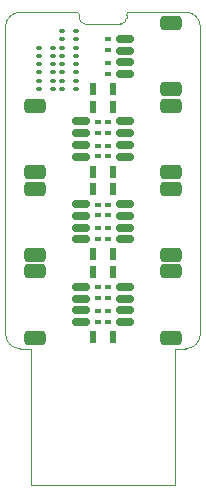
<source format=gbr>
G04 #@! TF.GenerationSoftware,KiCad,Pcbnew,(5.99.0-6415-g7c9acc605d)*
G04 #@! TF.CreationDate,2020-10-20T19:02:52+03:00*
G04 #@! TF.ProjectId,StickHub,53746963-6b48-4756-922e-6b696361645f,rev?*
G04 #@! TF.SameCoordinates,Original*
G04 #@! TF.FileFunction,Paste,Top*
G04 #@! TF.FilePolarity,Positive*
%FSLAX46Y46*%
G04 Gerber Fmt 4.6, Leading zero omitted, Abs format (unit mm)*
G04 Created by KiCad (PCBNEW (5.99.0-6415-g7c9acc605d)) date 2020-10-20 19:02:52*
%MOMM*%
%LPD*%
G01*
G04 APERTURE LIST*
G04 Aperture macros list*
%AMRoundRect*
0 Rectangle with rounded corners*
0 $1 Rounding radius*
0 $2 $3 $4 $5 $6 $7 $8 $9 X,Y pos of 4 corners*
0 Add a 4 corners polygon primitive as box body*
4,1,4,$2,$3,$4,$5,$6,$7,$8,$9,$2,$3,0*
0 Add four circle primitives for the rounded corners*
1,1,$1+$1,$2,$3,0*
1,1,$1+$1,$4,$5,0*
1,1,$1+$1,$6,$7,0*
1,1,$1+$1,$8,$9,0*
0 Add four rect primitives between the rounded corners*
20,1,$1+$1,$2,$3,$4,$5,0*
20,1,$1+$1,$4,$5,$6,$7,0*
20,1,$1+$1,$6,$7,$8,$9,0*
20,1,$1+$1,$8,$9,$2,$3,0*%
G04 Aperture macros list end*
G04 #@! TA.AperFunction,Profile*
%ADD10C,0.100000*%
G04 #@! TD*
%ADD11RoundRect,0.045000X-0.235000X0.135000X-0.235000X-0.135000X0.235000X-0.135000X0.235000X0.135000X0*%
%ADD12RoundRect,0.150000X-0.625000X0.150000X-0.625000X-0.150000X0.625000X-0.150000X0.625000X0.150000X0*%
%ADD13RoundRect,0.250000X-0.650000X0.350000X-0.650000X-0.350000X0.650000X-0.350000X0.650000X0.350000X0*%
%ADD14RoundRect,0.045000X0.235000X-0.135000X0.235000X0.135000X-0.235000X0.135000X-0.235000X-0.135000X0*%
%ADD15RoundRect,0.055000X0.220000X0.495000X-0.220000X0.495000X-0.220000X-0.495000X0.220000X-0.495000X0*%
%ADD16RoundRect,0.054000X-0.176000X-0.126000X0.176000X-0.126000X0.176000X0.126000X-0.176000X0.126000X0*%
%ADD17RoundRect,0.055000X-0.220000X-0.495000X0.220000X-0.495000X0.220000X0.495000X-0.220000X0.495000X0*%
%ADD18RoundRect,0.150000X0.625000X-0.150000X0.625000X0.150000X-0.625000X0.150000X-0.625000X-0.150000X0*%
%ADD19RoundRect,0.250000X0.650000X-0.350000X0.650000X0.350000X-0.650000X0.350000X-0.650000X-0.350000X0*%
G04 APERTURE END LIST*
D10*
X152250000Y-80000000D02*
X157000000Y-80000000D01*
X148500000Y-81000000D02*
X151500000Y-81000000D01*
X157000000Y-108500000D02*
X156100000Y-108500000D01*
X141750000Y-107250000D02*
X141750000Y-81250000D01*
X156100000Y-120000000D02*
X156100000Y-108500000D01*
X148000000Y-80250000D02*
X148000000Y-80500000D01*
X152000000Y-80250000D02*
G75*
G02*
X152250000Y-80000000I250000J0D01*
G01*
X143900000Y-120000000D02*
X143900000Y-108500000D01*
X141750000Y-81250000D02*
G75*
G02*
X143000000Y-80000000I1250000J0D01*
G01*
X147750000Y-80000000D02*
G75*
G02*
X148000000Y-80250000I0J-250000D01*
G01*
X143000000Y-108500000D02*
G75*
G02*
X141750000Y-107250000I0J1250000D01*
G01*
X143900000Y-120000000D02*
X156100000Y-120000000D01*
X158250000Y-81250000D02*
X158250000Y-107250000D01*
X143000000Y-80000000D02*
X147750000Y-80000000D01*
X158250000Y-107250000D02*
G75*
G02*
X157000000Y-108500000I-1250000J0D01*
G01*
X157000000Y-80000000D02*
G75*
G02*
X158250000Y-81250000I0J-1250000D01*
G01*
X148500000Y-81000000D02*
G75*
G02*
X148000000Y-80500000I0J500000D01*
G01*
X143900000Y-108500000D02*
X143000000Y-108500000D01*
X152000000Y-80500000D02*
G75*
G02*
X151500000Y-81000000I-500000J0D01*
G01*
X152000000Y-80500000D02*
X152000000Y-80250000D01*
D11*
G04 #@! TO.C,D4*
X150400000Y-96300000D03*
X150400000Y-97200000D03*
G04 #@! TD*
D12*
G04 #@! TO.C,J7*
X148150000Y-96250000D03*
X148150000Y-97250000D03*
X148150000Y-98250000D03*
X148150000Y-99250000D03*
D13*
X144275000Y-94950000D03*
X144275000Y-100550000D03*
G04 #@! TD*
D12*
G04 #@! TO.C,J8*
X148150000Y-89250000D03*
X148150000Y-90250000D03*
X148150000Y-91250000D03*
X148150000Y-92250000D03*
D13*
X144275000Y-93550000D03*
X144275000Y-87950000D03*
G04 #@! TD*
D14*
G04 #@! TO.C,D10*
X149600000Y-106200000D03*
X149600000Y-105300000D03*
G04 #@! TD*
D15*
G04 #@! TO.C,C18*
X150825000Y-93500000D03*
X149175000Y-93500000D03*
G04 #@! TD*
G04 #@! TO.C,C16*
X150825000Y-100500000D03*
X149175000Y-100500000D03*
G04 #@! TD*
D16*
G04 #@! TO.C,D15*
X147752792Y-86500000D03*
X146552792Y-86500000D03*
X147752792Y-85800000D03*
X146552792Y-85800000D03*
G04 #@! TD*
D15*
G04 #@! TO.C,C14*
X150825000Y-107500000D03*
X149175000Y-107500000D03*
G04 #@! TD*
D11*
G04 #@! TO.C,D8*
X150400000Y-82300000D03*
X150400000Y-83200000D03*
G04 #@! TD*
G04 #@! TO.C,D9*
X149600000Y-103300000D03*
X149600000Y-104200000D03*
G04 #@! TD*
D16*
G04 #@! TO.C,D16*
X147752792Y-85100000D03*
X146552792Y-85100000D03*
X147752792Y-84400000D03*
X146552792Y-84400000D03*
G04 #@! TD*
D14*
G04 #@! TO.C,D1*
X150400000Y-106200000D03*
X150400000Y-105300000D03*
G04 #@! TD*
G04 #@! TO.C,D5*
X150400000Y-92200000D03*
X150400000Y-91300000D03*
G04 #@! TD*
G04 #@! TO.C,D3*
X150400000Y-99200000D03*
X150400000Y-98300000D03*
G04 #@! TD*
D17*
G04 #@! TO.C,C15*
X149175000Y-102000000D03*
X150825000Y-102000000D03*
G04 #@! TD*
D18*
G04 #@! TO.C,J2*
X151850000Y-106250000D03*
X151850000Y-105250000D03*
X151850000Y-104250000D03*
X151850000Y-103250000D03*
D19*
X155725000Y-101950000D03*
X155725000Y-107550000D03*
G04 #@! TD*
D16*
G04 #@! TO.C,D19*
X145752792Y-86500000D03*
X144552792Y-86500000D03*
X145752792Y-85800000D03*
X144552792Y-85800000D03*
G04 #@! TD*
D18*
G04 #@! TO.C,J5*
X151850000Y-85250000D03*
X151850000Y-84250000D03*
X151850000Y-83250000D03*
X151850000Y-82250000D03*
D19*
X155725000Y-86550000D03*
X155725000Y-80950000D03*
G04 #@! TD*
D15*
G04 #@! TO.C,C20*
X150825000Y-86500000D03*
X149175000Y-86500000D03*
G04 #@! TD*
D16*
G04 #@! TO.C,D20*
X145752792Y-85100000D03*
X144552792Y-85100000D03*
X145752792Y-84400000D03*
X144552792Y-84400000D03*
G04 #@! TD*
D11*
G04 #@! TO.C,D6*
X150400000Y-89300000D03*
X150400000Y-90200000D03*
G04 #@! TD*
D17*
G04 #@! TO.C,C17*
X149175000Y-94950000D03*
X150825000Y-94950000D03*
G04 #@! TD*
D14*
G04 #@! TO.C,D7*
X150400000Y-85200000D03*
X150400000Y-84300000D03*
G04 #@! TD*
G04 #@! TO.C,D14*
X149600000Y-92200000D03*
X149600000Y-91300000D03*
G04 #@! TD*
D16*
G04 #@! TO.C,D21*
X145752792Y-83700000D03*
X144552792Y-83700000D03*
X145752792Y-83000000D03*
X144552792Y-83000000D03*
G04 #@! TD*
D18*
G04 #@! TO.C,J4*
X151850000Y-92250000D03*
X151850000Y-91250000D03*
X151850000Y-90250000D03*
X151850000Y-89250000D03*
D19*
X155725000Y-87950000D03*
X155725000Y-93550000D03*
G04 #@! TD*
D11*
G04 #@! TO.C,D11*
X149600000Y-96300000D03*
X149600000Y-97200000D03*
G04 #@! TD*
D12*
G04 #@! TO.C,J6*
X148150000Y-103250000D03*
X148150000Y-104250000D03*
X148150000Y-105250000D03*
X148150000Y-106250000D03*
D13*
X144275000Y-101950000D03*
X144275000Y-107550000D03*
G04 #@! TD*
D17*
G04 #@! TO.C,C19*
X149175000Y-88000000D03*
X150825000Y-88000000D03*
G04 #@! TD*
D16*
G04 #@! TO.C,D17*
X147752792Y-83700000D03*
X146552792Y-83700000D03*
X147752792Y-83000000D03*
X146552792Y-83000000D03*
G04 #@! TD*
G04 #@! TO.C,D18*
X147752792Y-82300000D03*
X146552792Y-82300000D03*
X147752792Y-81600000D03*
X146552792Y-81600000D03*
G04 #@! TD*
D11*
G04 #@! TO.C,D2*
X150400000Y-103300000D03*
X150400000Y-104200000D03*
G04 #@! TD*
D14*
G04 #@! TO.C,D12*
X149600000Y-99200000D03*
X149600000Y-98300000D03*
G04 #@! TD*
D18*
G04 #@! TO.C,J3*
X151850000Y-99250000D03*
X151850000Y-98250000D03*
X151850000Y-97250000D03*
X151850000Y-96250000D03*
D19*
X155725000Y-94950000D03*
X155725000Y-100550000D03*
G04 #@! TD*
D11*
G04 #@! TO.C,D13*
X149600000Y-89300000D03*
X149600000Y-90200000D03*
G04 #@! TD*
M02*

</source>
